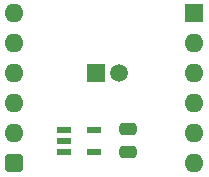
<source format=gts>
%TF.GenerationSoftware,KiCad,Pcbnew,9.0.2*%
%TF.CreationDate,2025-06-17T11:12:26+02:00*%
%TF.ProjectId,HCP65 Power,48435036-3520-4506-9f77-65722e6b6963,V0*%
%TF.SameCoordinates,Original*%
%TF.FileFunction,Soldermask,Top*%
%TF.FilePolarity,Negative*%
%FSLAX46Y46*%
G04 Gerber Fmt 4.6, Leading zero omitted, Abs format (unit mm)*
G04 Created by KiCad (PCBNEW 9.0.2) date 2025-06-17 11:12:26*
%MOMM*%
%LPD*%
G01*
G04 APERTURE LIST*
G04 Aperture macros list*
%AMRoundRect*
0 Rectangle with rounded corners*
0 $1 Rounding radius*
0 $2 $3 $4 $5 $6 $7 $8 $9 X,Y pos of 4 corners*
0 Add a 4 corners polygon primitive as box body*
4,1,4,$2,$3,$4,$5,$6,$7,$8,$9,$2,$3,0*
0 Add four circle primitives for the rounded corners*
1,1,$1+$1,$2,$3*
1,1,$1+$1,$4,$5*
1,1,$1+$1,$6,$7*
1,1,$1+$1,$8,$9*
0 Add four rect primitives between the rounded corners*
20,1,$1+$1,$2,$3,$4,$5,0*
20,1,$1+$1,$4,$5,$6,$7,0*
20,1,$1+$1,$6,$7,$8,$9,0*
20,1,$1+$1,$8,$9,$2,$3,0*%
G04 Aperture macros list end*
%ADD10R,1.500000X1.500000*%
%ADD11C,1.500000*%
%ADD12R,1.150000X0.600000*%
%ADD13RoundRect,0.250000X0.475000X-0.250000X0.475000X0.250000X-0.475000X0.250000X-0.475000X-0.250000X0*%
%ADD14O,1.600000X1.600000*%
%ADD15RoundRect,0.400000X-0.400000X-0.400000X0.400000X-0.400000X0.400000X0.400000X-0.400000X0.400000X0*%
%ADD16R,1.600000X1.600000*%
G04 APERTURE END LIST*
D10*
%TO.C,C3*%
X6889999Y-5080000D03*
D11*
X8889999Y-5080000D03*
%TD*%
D12*
%TO.C,IC1*%
X4161000Y-9845000D03*
X4161000Y-10795000D03*
X4161000Y-11745000D03*
X6761000Y-11745000D03*
X6761000Y-9845000D03*
%TD*%
D13*
%TO.C,C4*%
X9652000Y-11729000D03*
X9652000Y-9829000D03*
%TD*%
D14*
%TO.C,J2*%
X0Y0D03*
X0Y-2540000D03*
X0Y-5080000D03*
X0Y-7620000D03*
X0Y-10160000D03*
D15*
X0Y-12700000D03*
D14*
X15240000Y-12700000D03*
X15240000Y-10160000D03*
X15240000Y-7620000D03*
X15240000Y-5080000D03*
X15240000Y-2540000D03*
D16*
X15240000Y0D03*
%TD*%
M02*

</source>
